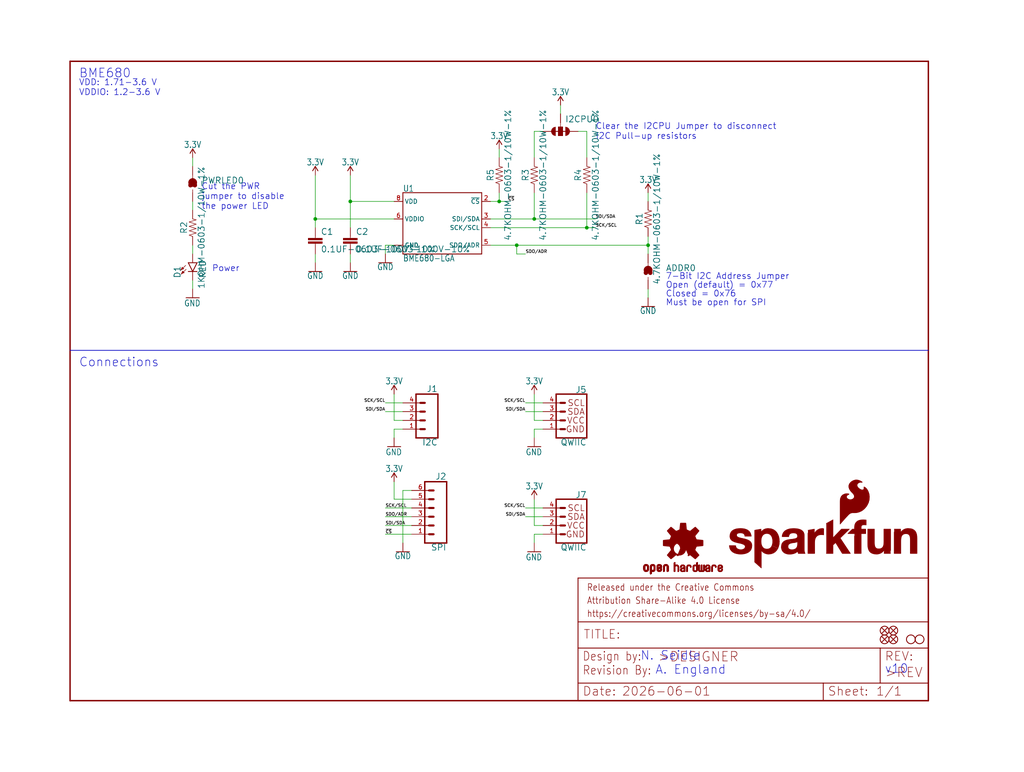
<source format=kicad_sch>
(kicad_sch (version 20230121) (generator eeschema)
  (paper "User" 297.002 223.926)
  (lib_symbols
    (symbol "working-eagle-import:0.1UF-0603-100V-10%"
      (property "Reference" "C" (at 1.524 2.921 0))
      (symbol "0.1UF-0603-100V-10%_1_0"
        (pin passive line (at 0 5.08 270) (length 2.54) (name "1") (number "1"))
        (pin passive line (at 0 -2.54 90) (length 2.54) (name "2") (number "2"))
      )
    )
    (symbol "working-eagle-import:1KOHM-0603-1/10W-1%"
      (property "Reference" "R" (at 0 1.524 0))
      (symbol "1KOHM-0603-1/10W-1%_1_0"
        (pin passive line (at -5.08 0 0) (length 2.54) (name "1") (number "1"))
        (pin passive line (at 5.08 0 180) (length 2.54) (name "2") (number "2"))
      )
    )
    (symbol "working-eagle-import:3.3V" (power)
      (property "Value" "3.3V" (at 0 2.794 0))
      (symbol "3.3V_1_0"
        (pin power_in line (at 0 0 90) (length 2.54) (name "3.3V") (number "1"))
      )
    )
    (symbol "working-eagle-import:4.7KOHM-0603-1/10W-1%"
      (property "Reference" "R" (at 0 1.524 0))
      (symbol "4.7KOHM-0603-1/10W-1%_1_0"
        (pin passive line (at -5.08 0 0) (length 2.54) (name "1") (number "1"))
        (pin passive line (at 5.08 0 180) (length 2.54) (name "2") (number "2"))
      )
    )
    (symbol "working-eagle-import:BME680-LGA"
      (property "Reference" "U" (at -10.16 7.874 0))
      (symbol "BME680-LGA_1_0"
        (pin bidirectional line (at -12.7 -7.62 0) (length 2.54) (name "GND") (number "1"))
        (pin bidirectional line (at 15.24 5.08 180) (length 2.54) (name "~{CS}") (number "2"))
        (pin bidirectional line (at 15.24 0 180) (length 2.54) (name "SDI/SDA") (number "3"))
        (pin bidirectional line (at 15.24 -2.54 180) (length 2.54) (name "SCK/SCL") (number "4"))
        (pin bidirectional line (at 15.24 -7.62 180) (length 2.54) (name "SDO/ADR") (number "5"))
        (pin bidirectional line (at -12.7 0 0) (length 2.54) (name "VDDIO") (number "6"))
        (pin bidirectional line (at -12.7 -7.62 0) (length 2.54) (name "GND") (number "7"))
        (pin bidirectional line (at -12.7 5.08 0) (length 2.54) (name "VDD") (number "8"))
      )
    )
    (symbol "working-eagle-import:CONN_041X04_NO_SILK"
      (property "Reference" "J" (at -5.08 8.128 0))
      (symbol "CONN_041X04_NO_SILK_1_0"
        (pin passive line (at 5.08 -2.54 180) (length 5.08) (name "1") (number "1"))
        (pin passive line (at 5.08 0 180) (length 5.08) (name "2") (number "2"))
        (pin passive line (at 5.08 2.54 180) (length 5.08) (name "3") (number "3"))
        (pin passive line (at 5.08 5.08 180) (length 5.08) (name "4") (number "4"))
      )
    )
    (symbol "working-eagle-import:CONN_06NO_SILK_FEMALE_PTH"
      (property "Reference" "J" (at -5.08 10.668 0))
      (symbol "CONN_06NO_SILK_FEMALE_PTH_1_0"
        (pin passive line (at 5.08 -5.08 180) (length 5.08) (name "1") (number "1"))
        (pin passive line (at 5.08 -2.54 180) (length 5.08) (name "2") (number "2"))
        (pin passive line (at 5.08 0 180) (length 5.08) (name "3") (number "3"))
        (pin passive line (at 5.08 2.54 180) (length 5.08) (name "4") (number "4"))
        (pin passive line (at 5.08 5.08 180) (length 5.08) (name "5") (number "5"))
        (pin passive line (at 5.08 7.62 180) (length 5.08) (name "6") (number "6"))
      )
    )
    (symbol "working-eagle-import:FIDUCIALUFIDUCIAL")
    (symbol "working-eagle-import:FRAME-LETTER"
      (symbol "FRAME-LETTER_2_0"
        (text "${#}/${##}" (at 86.36 1.27 0) (effects (font (size 2.54 2.54)) (justify left bottom)))
        (text "${CURRENT_DATE}" (at 12.7 1.27 0) (effects (font (size 2.54 2.54)) (justify left bottom)))
        (text "${PROJECTNAME}" (at 15.494 17.78 0) (effects (font (size 2.7432 2.7432)) (justify left bottom)))
        (text ">DESIGNER" (at 23.114 11.176 0) (effects (font (size 2.7432 2.7432)) (justify left bottom)))
        (text ">REV" (at 88.9 6.604 0) (effects (font (size 2.7432 2.7432)) (justify left bottom)))
        (text "Attribution Share-Alike 4.0 License" (at 2.54 27.94 0) (effects (font (size 1.9304 1.6408)) (justify left bottom)))
        (text "Date:" (at 1.27 1.27 0) (effects (font (size 2.54 2.54)) (justify left bottom)))
        (text "Design by:" (at 1.27 11.43 0) (effects (font (size 2.54 2.159)) (justify left bottom)))
        (text "https://creativecommons.org/licenses/by-sa/4.0/" (at 2.54 24.13 0) (effects (font (size 1.9304 1.6408)) (justify left bottom)))
        (text "Released under the Creative Commons" (at 2.54 31.75 0) (effects (font (size 1.9304 1.6408)) (justify left bottom)))
        (text "REV:" (at 88.9 11.43 0) (effects (font (size 2.54 2.54)) (justify left bottom)))
        (text "Sheet:" (at 72.39 1.27 0) (effects (font (size 2.54 2.54)) (justify left bottom)))
        (text "TITLE:" (at 1.524 17.78 0) (effects (font (size 2.54 2.54)) (justify left bottom)))
      )
    )
    (symbol "working-eagle-import:GND" (power)
      (property "Value" "GND" (at 0 -0.254 0))
      (symbol "GND_1_0"
        (pin power_in line (at 0 2.54 270) (length 2.54) (name "GND") (number "1"))
      )
    )
    (symbol "working-eagle-import:JUMPER-SMT_2_NC_TRACE_SILK"
      (property "Reference" "JP" (at -2.54 2.54 0))
      (symbol "JUMPER-SMT_2_NC_TRACE_SILK_1_0"
        (pin passive line (at -5.08 0 0) (length 2.54) (name "1") (number "1"))
        (pin passive line (at 5.08 0 180) (length 2.54) (name "2") (number "2"))
      )
    )
    (symbol "working-eagle-import:JUMPER-SMT_2_NO_SILK"
      (property "Reference" "JP" (at -2.54 2.54 0))
      (symbol "JUMPER-SMT_2_NO_SILK_1_0"
        (pin passive line (at -5.08 0 0) (length 2.54) (name "1") (number "1"))
        (pin passive line (at 5.08 0 180) (length 2.54) (name "2") (number "2"))
      )
    )
    (symbol "working-eagle-import:JUMPER-SMT_3_2-NC_TRACE_SILK"
      (property "Reference" "JP" (at 2.54 0.381 0))
      (symbol "JUMPER-SMT_3_2-NC_TRACE_SILK_1_0"
        (pin passive line (at 0 5.08 270) (length 2.54) (name "1") (number "1"))
        (pin passive line (at -5.08 0 0) (length 2.54) (name "2") (number "2"))
        (pin passive line (at 0 -5.08 90) (length 2.54) (name "3") (number "3"))
      )
    )
    (symbol "working-eagle-import:LED-RED0603"
      (property "Reference" "D" (at -3.429 -4.572 90))
      (symbol "LED-RED0603_1_0"
        (pin passive line (at 0 2.54 270) (length 2.54) (name "A") (number "A"))
        (pin passive line (at 0 -5.08 90) (length 2.54) (name "C") (number "C"))
      )
    )
    (symbol "working-eagle-import:OSHW-LOGOMINI")
    (symbol "working-eagle-import:QWIIC_CONNECTORJS-1MM"
      (property "Reference" "J" (at -5.08 7.874 0))
      (symbol "QWIIC_CONNECTORJS-1MM_1_0"
        (text "GND" (at -4.572 -2.54 0) (effects (font (size 1.778 1.778)) (justify left)))
        (text "SCL" (at -4.572 5.08 0) (effects (font (size 1.778 1.778)) (justify left)))
        (text "SDA" (at -4.572 2.54 0) (effects (font (size 1.778 1.778)) (justify left)))
        (text "VCC" (at -4.572 0 0) (effects (font (size 1.778 1.778)) (justify left)))
        (pin power_in line (at 7.62 -2.54 180) (length 5.08) (name "1") (number "1"))
        (pin power_in line (at 7.62 0 180) (length 5.08) (name "2") (number "2"))
        (pin passive line (at 7.62 2.54 180) (length 5.08) (name "3") (number "3"))
        (pin passive line (at 7.62 5.08 180) (length 5.08) (name "4") (number "4"))
      )
    )
    (symbol "working-eagle-import:REVISION"
      (symbol "REVISION_1_0"
        (text "Revision By:" (at 0 0 0) (effects (font (size 2.54 2.159)) (justify left bottom)))
      )
    )
    (symbol "working-eagle-import:SFE_LOGO_FLAME.1_INCH")
    (symbol "working-eagle-import:SFE_LOGO_NAME_FLAME.1_INCH")
    (symbol "working-eagle-import:STAND-OFFTIGHT")
    (symbol "working-eagle-import:SparkFun_GND" (power)
      (property "Value" "SparkFun_GND" (at -2.54 -2.54 0))
      (symbol "SparkFun_GND_1_0"
        (pin power_in line (at 0 2.54 270) (length 2.54) (name "GND") (number "1"))
      )
    )
  )
  (junction (at 144.78 58.42))
  (junction (at 187.96 71.12))
  (junction (at 149.86 71.12))
  (junction (at 101.6 58.42))
  (junction (at 91.44 63.5))
  (junction (at 154.94 63.5))
  (junction (at 170.18 66.04))
  (wire (pts (xy 91.44 63.5) (xy 114.3 63.5)) (stroke (width 0.1524)))
  (wire (pts (xy 170.18 38.1) (xy 167.64 38.1)) (stroke (width 0.1524)))
  (wire (pts (xy 170.18 66.04) (xy 172.72 66.04)) (stroke (width 0.1524)))
  (wire (pts (xy 149.86 73.66) (xy 152.4 73.66)) (stroke (width 0.1524)))
  (wire (pts (xy 114.3 71.12) (xy 111.76 71.12)) (stroke (width 0.1524)))
  (wire (pts (xy 154.94 38.1) (xy 157.48 38.1)) (stroke (width 0.1524)))
  (wire (pts (xy 144.78 45.72) (xy 144.78 43.18)) (stroke (width 0.1524)))
  (wire (pts (xy 101.6 66.04) (xy 101.6 58.42)) (stroke (width 0.1524)))
  (wire (pts (xy 119.38 149.86) (xy 111.76 149.86)) (stroke (width 0.1524)))
  (wire (pts (xy 119.38 144.78) (xy 114.3 144.78)) (stroke (width 0.1524)))
  (wire (pts (xy 142.24 63.5) (xy 154.94 63.5)) (stroke (width 0.1524)))
  (wire (pts (xy 119.38 154.94) (xy 111.76 154.94)) (stroke (width 0.1524)))
  (wire (pts (xy 162.56 33.02) (xy 162.56 30.48)) (stroke (width 0.1524)))
  (wire (pts (xy 55.88 45.72) (xy 55.88 48.26)) (stroke (width 0.1524)))
  (wire (pts (xy 114.3 121.92) (xy 114.3 114.3)) (stroke (width 0.1524)))
  (wire (pts (xy 116.84 142.24) (xy 116.84 157.48)) (stroke (width 0.1524)))
  (wire (pts (xy 55.88 58.42) (xy 55.88 60.96)) (stroke (width 0.1524)))
  (wire (pts (xy 91.44 50.8) (xy 91.44 63.5)) (stroke (width 0.1524)))
  (wire (pts (xy 114.3 144.78) (xy 114.3 139.7)) (stroke (width 0.1524)))
  (wire (pts (xy 154.94 124.46) (xy 154.94 127)) (stroke (width 0.1524)))
  (wire (pts (xy 101.6 58.42) (xy 114.3 58.42)) (stroke (width 0.1524)))
  (wire (pts (xy 111.76 71.12) (xy 111.76 73.66)) (stroke (width 0.1524)))
  (wire (pts (xy 55.88 83.82) (xy 55.88 81.28)) (stroke (width 0.1524)))
  (wire (pts (xy 144.78 55.88) (xy 144.78 58.42)) (stroke (width 0.1524)))
  (wire (pts (xy 142.24 66.04) (xy 170.18 66.04)) (stroke (width 0.1524)))
  (wire (pts (xy 154.94 152.4) (xy 154.94 144.78)) (stroke (width 0.1524)))
  (wire (pts (xy 119.38 147.32) (xy 111.76 147.32)) (stroke (width 0.1524)))
  (wire (pts (xy 116.84 116.84) (xy 111.76 116.84)) (stroke (width 0.1524)))
  (wire (pts (xy 91.44 73.66) (xy 91.44 76.2)) (stroke (width 0.1524)))
  (wire (pts (xy 144.78 58.42) (xy 147.32 58.42)) (stroke (width 0.1524)))
  (wire (pts (xy 187.96 83.82) (xy 187.96 86.36)) (stroke (width 0.1524)))
  (wire (pts (xy 170.18 45.72) (xy 170.18 38.1)) (stroke (width 0.1524)))
  (wire (pts (xy 157.48 121.92) (xy 154.94 121.92)) (stroke (width 0.1524)))
  (wire (pts (xy 157.48 152.4) (xy 154.94 152.4)) (stroke (width 0.1524)))
  (wire (pts (xy 119.38 152.4) (xy 111.76 152.4)) (stroke (width 0.1524)))
  (wire (pts (xy 157.48 124.46) (xy 154.94 124.46)) (stroke (width 0.1524)))
  (wire (pts (xy 116.84 124.46) (xy 114.3 124.46)) (stroke (width 0.1524)))
  (wire (pts (xy 101.6 50.8) (xy 101.6 58.42)) (stroke (width 0.1524)))
  (wire (pts (xy 157.48 149.86) (xy 152.4 149.86)) (stroke (width 0.1524)))
  (wire (pts (xy 154.94 121.92) (xy 154.94 114.3)) (stroke (width 0.1524)))
  (wire (pts (xy 170.18 55.88) (xy 170.18 66.04)) (stroke (width 0.1524)))
  (wire (pts (xy 154.94 45.72) (xy 154.94 38.1)) (stroke (width 0.1524)))
  (wire (pts (xy 187.96 71.12) (xy 187.96 68.58)) (stroke (width 0.1524)))
  (wire (pts (xy 149.86 71.12) (xy 149.86 73.66)) (stroke (width 0.1524)))
  (wire (pts (xy 55.88 73.66) (xy 55.88 71.12)) (stroke (width 0.1524)))
  (wire (pts (xy 119.38 142.24) (xy 116.84 142.24)) (stroke (width 0.1524)))
  (wire (pts (xy 187.96 71.12) (xy 187.96 73.66)) (stroke (width 0.1524)))
  (wire (pts (xy 154.94 154.94) (xy 154.94 157.48)) (stroke (width 0.1524)))
  (wire (pts (xy 101.6 73.66) (xy 101.6 76.2)) (stroke (width 0.1524)))
  (wire (pts (xy 142.24 58.42) (xy 144.78 58.42)) (stroke (width 0.1524)))
  (wire (pts (xy 91.44 66.04) (xy 91.44 63.5)) (stroke (width 0.1524)))
  (wire (pts (xy 142.24 71.12) (xy 149.86 71.12)) (stroke (width 0.1524)))
  (wire (pts (xy 157.48 116.84) (xy 152.4 116.84)) (stroke (width 0.1524)))
  (wire (pts (xy 154.94 55.88) (xy 154.94 63.5)) (stroke (width 0.1524)))
  (wire (pts (xy 114.3 124.46) (xy 114.3 127)) (stroke (width 0.1524)))
  (wire (pts (xy 116.84 121.92) (xy 114.3 121.92)) (stroke (width 0.1524)))
  (wire (pts (xy 157.48 119.38) (xy 152.4 119.38)) (stroke (width 0.1524)))
  (wire (pts (xy 157.48 154.94) (xy 154.94 154.94)) (stroke (width 0.1524)))
  (wire (pts (xy 157.48 147.32) (xy 152.4 147.32)) (stroke (width 0.1524)))
  (polyline (pts (xy 269.24 101.6) (xy 20.32 101.6)) (stroke (width 0.2032) (type solid)))
  (wire (pts (xy 154.94 63.5) (xy 172.72 63.5)) (stroke (width 0.1524)))
  (wire (pts (xy 149.86 71.12) (xy 187.96 71.12)) (stroke (width 0.1524)))
  (wire (pts (xy 187.96 55.88) (xy 187.96 58.42)) (stroke (width 0.1524)))
  (wire (pts (xy 116.84 119.38) (xy 111.76 119.38)) (stroke (width 0.1524)))
  (text "Cut the PWR\njumper to disable\nthe power LED" (at 58.42 60.96 0) (effects (font (size 1.778 1.778)) (justify left bottom)))
  (text "Power" (at 61.468 78.994 0) (effects (font (size 1.778 1.778)) (justify left bottom)))
  (text "7-Bit I2C Address Jumper" (at 193.04 81.28 0) (effects (font (size 1.778 1.778)) (justify left bottom)))
  (text "Clear the I2CPU Jumper to disconnect\nI2C Pull-up resistors" (at 172.72 40.64 0) (effects (font (size 1.778 1.778)) (justify left bottom)))
  (text "Must be open for SPI" (at 193.04 88.9 0) (effects (font (size 1.778 1.778)) (justify left bottom)))
  (text "BME680" (at 22.86 22.86 0) (effects (font (size 2.54 2.54)) (justify left bottom)))
  (text "Open (default) = 0x77" (at 193.04 83.82 0) (effects (font (size 1.778 1.778)) (justify left bottom)))
  (text "Closed = 0x76" (at 193.04 86.36 0) (effects (font (size 1.778 1.778)) (justify left bottom)))
  (text "N. Seidle" (at 185.674 191.77 0) (effects (font (size 2.54 2.54)) (justify left bottom)))
  (text "v10" (at 256.54 195.58 0) (effects (font (size 2.54 2.54)) (justify left bottom)))
  (text "Connections" (at 22.86 106.68 0) (effects (font (size 2.54 2.54)) (justify left bottom)))
  (text "VDD: 1.71-3.6 V\nVDDIO: 1.2-3.6 V" (at 22.86 27.94 0) (effects (font (size 1.778 1.778)) (justify left bottom)))
  (text "A. England" (at 189.992 195.834 0) (effects (font (size 2.54 2.54)) (justify left bottom)))
  (label "SDI/SDA" (at 111.76 119.38 180) (effects (font (size 0.889 0.889))))
  (label "SDO/ADR" (at 152.4 73.66 0) (effects (font (size 0.889 0.889))))
  (label "~{CS}" (at 111.76 154.94 0) (effects (font (size 0.889 0.889))))
  (label "SDI/SDA" (at 152.4 119.38 180) (effects (font (size 0.889 0.889))))
  (label "SDO/ADR" (at 111.76 149.86 0) (effects (font (size 0.889 0.889))))
  (label "SCK/SCL" (at 172.72 66.04 0) (effects (font (size 0.889 0.889))))
  (label "SDI/SDA" (at 152.4 149.86 180) (effects (font (size 0.889 0.889))))
  (label "SCK/SCL" (at 152.4 147.32 180) (effects (font (size 0.889 0.889))))
  (label "SCK/SCL" (at 111.76 147.32 0) (effects (font (size 0.889 0.889))))
  (label "SCK/SCL" (at 152.4 116.84 180) (effects (font (size 0.889 0.889))))
  (label "SDI/SDA" (at 111.76 152.4 0) (effects (font (size 0.889 0.889))))
  (label "SDI/SDA" (at 172.72 63.5 0) (effects (font (size 0.889 0.889))))
  (label "SCK/SCL" (at 111.76 116.84 180) (effects (font (size 0.889 0.889))))
  (label "~{CS}" (at 147.32 58.42 0) (effects (font (size 0.889 0.889))))
  (symbol (lib_id "working-eagle-import:4.7KOHM-0603-1/10W-1%") (at 170.18 50.8 90) (unit 1)
    (property "Reference" "R4" (at 168.656 50.8 0) (effects (font (size 1.778 1.778)) (justify bottom)))
    (property "Value" "4.7KOHM-0603-1/10W-1%" (at 171.704 50.8 0) (effects (font (size 1.778 1.778)) (justify top)))
    (property "Footprint" "working:0603@1" (effects hide))
  )
  (symbol (lib_id "working-eagle-import:QWIIC_CONNECTORJS-1MM") (at 165.1 152.4 0) (mirror y) (unit 1)
    (property "Reference" "J7" (at 170.18 144.526 0) (effects (font (size 1.778 1.778)) (justify left bottom)))
    (property "Value" "QWIIC" (at 170.18 157.734 0) (effects (font (size 1.778 1.778)) (justify left top)))
    (property "Footprint" "working:JST04_1MM_RA" (effects hide))
  )
  (symbol (lib_id "working-eagle-import:4.7KOHM-0603-1/10W-1%") (at 187.96 63.5 90) (unit 1)
    (property "Reference" "R1" (at 186.436 63.5 0) (effects (font (size 1.778 1.778)) (justify bottom)))
    (property "Value" "4.7KOHM-0603-1/10W-1%" (at 189.484 63.5 0) (effects (font (size 1.778 1.778)) (justify top)))
    (property "Footprint" "working:0603@1" (effects hide))
  )
  (symbol (lib_id "working-eagle-import:4.7KOHM-0603-1/10W-1%") (at 154.94 50.8 90) (unit 1)
    (property "Reference" "R3" (at 153.416 50.8 0) (effects (font (size 1.778 1.778)) (justify bottom)))
    (property "Value" "4.7KOHM-0603-1/10W-1%" (at 156.464 50.8 0) (effects (font (size 1.778 1.778)) (justify top)))
    (property "Footprint" "working:0603@1" (effects hide))
  )
  (symbol (lib_id "working-eagle-import:FIDUCIALUFIDUCIAL") (at 259.08 185.42 0) (unit 1)
    (property "Reference" "FD1" (effects hide))
    (property "Value" "FIDUCIALUFIDUCIAL" (effects hide))
    (property "Footprint" "working:FIDUCIAL-MICRO" (effects hide))
  )
  (symbol (lib_id "working-eagle-import:OSHW-LOGOMINI") (at 198.12 157.48 0) (unit 1)
    (property "Reference" "LOGO1" (effects hide))
    (property "Value" "OSHW-LOGOMINI" (effects hide))
    (property "Footprint" "working:OSHW-LOGO-MINI" (effects hide))
  )
  (symbol (lib_id "working-eagle-import:SparkFun_GND") (at 154.94 160.02 0) (unit 1)
    (property "Reference" "#GND11" (effects hide))
    (property "Value" "GND" (at 152.4 162.56 0) (effects (font (size 1.778 1.5113)) (justify left bottom)))
  )
  (symbol (lib_id "working-eagle-import:BME680-LGA") (at 127 63.5 0) (unit 1)
    (property "Reference" "U1" (at 116.84 55.626 0) (effects (font (size 1.778 1.5113)) (justify left bottom)))
    (property "Value" "BME680-LGA" (at 116.84 73.914 0) (effects (font (size 1.778 1.5113)) (justify left top)))
    (property "Footprint" "working:LGA3.0X3.0" (effects hide))
  )
  (symbol (lib_id "working-eagle-import:3.3V") (at 144.78 43.18 0) (unit 1)
    (property "Reference" "#SUPPLY3" (effects hide))
    (property "Value" "3.3V" (at 144.78 40.386 0) (effects (font (size 1.778 1.5113)) (justify bottom)))
  )
  (symbol (lib_id "working-eagle-import:3.3V") (at 154.94 144.78 0) (unit 1)
    (property "Reference" "#SUPPLY12" (effects hide))
    (property "Value" "3.3V" (at 154.94 141.986 0) (effects (font (size 1.778 1.5113)) (justify bottom)))
  )
  (symbol (lib_id "working-eagle-import:3.3V") (at 154.94 114.3 0) (unit 1)
    (property "Reference" "#SUPPLY10" (effects hide))
    (property "Value" "3.3V" (at 154.94 111.506 0) (effects (font (size 1.778 1.5113)) (justify bottom)))
  )
  (symbol (lib_id "working-eagle-import:0.1UF-0603-100V-10%") (at 101.6 71.12 0) (unit 1)
    (property "Reference" "C2" (at 103.124 68.199 0) (effects (font (size 1.778 1.778)) (justify left bottom)))
    (property "Value" "0.1UF-0603-100V-10%" (at 103.124 73.279 0) (effects (font (size 1.778 1.778)) (justify left bottom)))
    (property "Footprint" "working:0603" (effects hide))
  )
  (symbol (lib_id "working-eagle-import:JUMPER-SMT_2_NC_TRACE_SILK") (at 55.88 53.34 90) (unit 1)
    (property "Reference" "PWRLED0" (at 58.42 53.34 90) (effects (font (size 1.778 1.778)) (justify right top)))
    (property "Value" "JUMPER-SMT_2_NC_TRACE_SILK" (effects hide))
    (property "Footprint" "working:SMT-JUMPER_2_NC_TRACE_SILK" (effects hide))
  )
  (symbol (lib_id "working-eagle-import:GND") (at 101.6 78.74 0) (unit 1)
    (property "Reference" "#GND3" (effects hide))
    (property "Value" "GND" (at 101.6 78.994 0) (effects (font (size 1.778 1.5113)) (justify top)))
  )
  (symbol (lib_id "working-eagle-import:JUMPER-SMT_3_2-NC_TRACE_SILK") (at 162.56 38.1 270) (unit 1)
    (property "Reference" "I2CPU0" (at 163.83 35.56 90) (effects (font (size 1.778 1.778)) (justify left bottom)))
    (property "Value" "JUMPER-SMT_3_2-NC_TRACE_SILK" (effects hide))
    (property "Footprint" "working:SMT-JUMPER_3_2-NC_TRACE_SILK" (effects hide))
  )
  (symbol (lib_id "working-eagle-import:STAND-OFFTIGHT") (at 264.16 185.42 0) (unit 1)
    (property "Reference" "H2" (effects hide))
    (property "Value" "STAND-OFFTIGHT" (effects hide))
    (property "Footprint" "working:STAND-OFF-TIGHT" (effects hide))
  )
  (symbol (lib_id "working-eagle-import:QWIIC_CONNECTORJS-1MM") (at 165.1 121.92 0) (mirror y) (unit 1)
    (property "Reference" "J5" (at 170.18 114.046 0) (effects (font (size 1.778 1.778)) (justify left bottom)))
    (property "Value" "QWIIC" (at 170.18 127.254 0) (effects (font (size 1.778 1.778)) (justify left top)))
    (property "Footprint" "working:JST04_1MM_RA" (effects hide))
  )
  (symbol (lib_id "working-eagle-import:CONN_06NO_SILK_FEMALE_PTH") (at 124.46 149.86 0) (mirror y) (unit 1)
    (property "Reference" "J2" (at 129.54 139.192 0) (effects (font (size 1.778 1.778)) (justify left bottom)))
    (property "Value" "SPI" (at 129.54 159.766 0) (effects (font (size 1.778 1.778)) (justify left bottom)))
    (property "Footprint" "working:1X06_NO_SILK" (effects hide))
  )
  (symbol (lib_id "working-eagle-import:STAND-OFFTIGHT") (at 266.7 185.42 0) (unit 1)
    (property "Reference" "H1" (effects hide))
    (property "Value" "STAND-OFFTIGHT" (effects hide))
    (property "Footprint" "working:STAND-OFF-TIGHT" (effects hide))
  )
  (symbol (lib_id "working-eagle-import:SFE_LOGO_NAME_FLAME.1_INCH") (at 210.82 165.1 0) (unit 1)
    (property "Reference" "LOGO2" (effects hide))
    (property "Value" "SFE_LOGO_NAME_FLAME.1_INCH" (effects hide))
    (property "Footprint" "working:SFE_LOGO_NAME_FLAME_.1" (effects hide))
  )
  (symbol (lib_id "working-eagle-import:REVISION") (at 168.91 195.834 0) (unit 1)
    (property "Reference" "LOGO3" (effects hide))
    (property "Value" "REVISION" (effects hide))
    (property "Footprint" "working:REVISION" (effects hide))
  )
  (symbol (lib_id "working-eagle-import:SFE_LOGO_FLAME.1_INCH") (at 243.332 152.4 0) (unit 1)
    (property "Reference" "LOGO4" (effects hide))
    (property "Value" "SFE_LOGO_FLAME.1_INCH" (effects hide))
    (property "Footprint" "working:SFE_LOGO_FLAME_.1" (effects hide))
  )
  (symbol (lib_id "working-eagle-import:FRAME-LETTER") (at 20.32 203.2 0) (unit 1)
    (property "Reference" "FRAME1" (effects hide))
    (property "Value" "FRAME-LETTER" (effects hide))
    (property "Footprint" "working:CREATIVE_COMMONS" (effects hide))
  )
  (symbol (lib_id "working-eagle-import:3.3V") (at 162.56 30.48 0) (unit 1)
    (property "Reference" "#SUPPLY4" (effects hide))
    (property "Value" "3.3V" (at 162.56 27.686 0) (effects (font (size 1.778 1.5113)) (justify bottom)))
  )
  (symbol (lib_id "working-eagle-import:GND") (at 187.96 88.9 0) (unit 1)
    (property "Reference" "#GND5" (effects hide))
    (property "Value" "GND" (at 187.96 89.154 0) (effects (font (size 1.778 1.5113)) (justify top)))
  )
  (symbol (lib_id "working-eagle-import:FIDUCIALUFIDUCIAL") (at 256.54 185.42 0) (unit 1)
    (property "Reference" "FD4" (effects hide))
    (property "Value" "FIDUCIALUFIDUCIAL" (effects hide))
    (property "Footprint" "working:FIDUCIAL-MICRO" (effects hide))
  )
  (symbol (lib_id "working-eagle-import:3.3V") (at 91.44 50.8 0) (unit 1)
    (property "Reference" "#SUPPLY1" (effects hide))
    (property "Value" "3.3V" (at 91.44 48.006 0) (effects (font (size 1.778 1.5113)) (justify bottom)))
  )
  (symbol (lib_id "working-eagle-import:3.3V") (at 101.6 50.8 0) (unit 1)
    (property "Reference" "#SUPPLY2" (effects hide))
    (property "Value" "3.3V" (at 101.6 48.006 0) (effects (font (size 1.778 1.5113)) (justify bottom)))
  )
  (symbol (lib_id "working-eagle-import:3.3V") (at 55.88 45.72 0) (unit 1)
    (property "Reference" "#SUPPLY6" (effects hide))
    (property "Value" "3.3V" (at 55.88 42.926 0) (effects (font (size 1.778 1.5113)) (justify bottom)))
  )
  (symbol (lib_id "working-eagle-import:1KOHM-0603-1/10W-1%") (at 55.88 66.04 90) (unit 1)
    (property "Reference" "R2" (at 54.356 66.04 0) (effects (font (size 1.778 1.778)) (justify bottom)))
    (property "Value" "1KOHM-0603-1/10W-1%" (at 57.404 66.04 0) (effects (font (size 1.778 1.778)) (justify top)))
    (property "Footprint" "working:0603" (effects hide))
  )
  (symbol (lib_id "working-eagle-import:SparkFun_GND") (at 154.94 129.54 0) (unit 1)
    (property "Reference" "#GND9" (effects hide))
    (property "Value" "GND" (at 152.4 132.08 0) (effects (font (size 1.778 1.5113)) (justify left bottom)))
  )
  (symbol (lib_id "working-eagle-import:FIDUCIALUFIDUCIAL") (at 256.54 182.88 0) (unit 1)
    (property "Reference" "FD3" (effects hide))
    (property "Value" "FIDUCIALUFIDUCIAL" (effects hide))
    (property "Footprint" "working:FIDUCIAL-MICRO" (effects hide))
  )
  (symbol (lib_id "working-eagle-import:LED-RED0603") (at 55.88 76.2 0) (unit 1)
    (property "Reference" "D1" (at 52.451 80.772 90) (effects (font (size 1.778 1.778)) (justify left bottom)))
    (property "Value" "RED" (at 57.785 80.772 90) (effects (font (size 1.778 1.778)) (justify left top)))
    (property "Footprint" "working:LED-0603" (effects hide))
  )
  (symbol (lib_id "working-eagle-import:GND") (at 91.44 78.74 0) (unit 1)
    (property "Reference" "#GND2" (effects hide))
    (property "Value" "GND" (at 91.44 78.994 0) (effects (font (size 1.778 1.5113)) (justify top)))
  )
  (symbol (lib_id "working-eagle-import:3.3V") (at 114.3 114.3 0) (unit 1)
    (property "Reference" "#SUPPLY11" (effects hide))
    (property "Value" "3.3V" (at 114.3 111.506 0) (effects (font (size 1.778 1.5113)) (justify bottom)))
  )
  (symbol (lib_id "working-eagle-import:GND") (at 116.84 160.02 0) (mirror y) (unit 1)
    (property "Reference" "#GND8" (effects hide))
    (property "Value" "GND" (at 116.84 160.274 0) (effects (font (size 1.778 1.5113)) (justify top)))
  )
  (symbol (lib_id "working-eagle-import:JUMPER-SMT_2_NO_SILK") (at 187.96 78.74 90) (unit 1)
    (property "Reference" "ADDR0" (at 193.04 78.74 90) (effects (font (size 1.778 1.778)) (justify right top)))
    (property "Value" "JUMPER-SMT_2_NO_SILK" (effects hide))
    (property "Footprint" "working:SMT-JUMPER_2_NO_SILK" (effects hide))
  )
  (symbol (lib_id "working-eagle-import:GND") (at 111.76 76.2 0) (unit 1)
    (property "Reference" "#GND4" (effects hide))
    (property "Value" "GND" (at 111.76 76.454 0) (effects (font (size 1.778 1.5113)) (justify top)))
  )
  (symbol (lib_id "working-eagle-import:4.7KOHM-0603-1/10W-1%") (at 144.78 50.8 90) (unit 1)
    (property "Reference" "R5" (at 143.256 50.8 0) (effects (font (size 1.778 1.778)) (justify bottom)))
    (property "Value" "4.7KOHM-0603-1/10W-1%" (at 146.304 50.8 0) (effects (font (size 1.778 1.778)) (justify top)))
    (property "Footprint" "working:0603@1" (effects hide))
  )
  (symbol (lib_id "working-eagle-import:SparkFun_GND") (at 55.88 86.36 0) (unit 1)
    (property "Reference" "#GND1" (effects hide))
    (property "Value" "GND" (at 53.34 88.9 0) (effects (font (size 1.778 1.5113)) (justify left bottom)))
  )
  (symbol (lib_id "working-eagle-import:FRAME-LETTER") (at 167.64 203.2 0) (unit 2)
    (property "Reference" "FRAME1" (effects hide))
    (property "Value" "FRAME-LETTER" (effects hide))
    (property "Footprint" "working:CREATIVE_COMMONS" (effects hide))
  )
  (symbol (lib_id "working-eagle-import:FIDUCIALUFIDUCIAL") (at 259.08 182.88 0) (unit 1)
    (property "Reference" "FD2" (effects hide))
    (property "Value" "FIDUCIALUFIDUCIAL" (effects hide))
    (property "Footprint" "working:FIDUCIAL-MICRO" (effects hide))
  )
  (symbol (lib_id "working-eagle-import:SparkFun_GND") (at 114.3 129.54 0) (unit 1)
    (property "Reference" "#GND10" (effects hide))
    (property "Value" "GND" (at 111.76 132.08 0) (effects (font (size 1.778 1.5113)) (justify left bottom)))
  )
  (symbol (lib_id "working-eagle-import:3.3V") (at 114.3 139.7 0) (mirror y) (unit 1)
    (property "Reference" "#SUPPLY9" (effects hide))
    (property "Value" "3.3V" (at 114.3 136.906 0) (effects (font (size 1.778 1.5113)) (justify bottom)))
  )
  (symbol (lib_id "working-eagle-import:CONN_041X04_NO_SILK") (at 121.92 121.92 0) (mirror y) (unit 1)
    (property "Reference" "J1" (at 127 113.792 0) (effects (font (size 1.778 1.778)) (justify left bottom)))
    (property "Value" "I2C" (at 127 129.286 0) (effects (font (size 1.778 1.778)) (justify left bottom)))
    (property "Footprint" "working:1X04_NO_SILK" (effects hide))
  )
  (symbol (lib_id "working-eagle-import:0.1UF-0603-100V-10%") (at 91.44 71.12 0) (unit 1)
    (property "Reference" "C1" (at 92.964 68.199 0) (effects (font (size 1.778 1.778)) (justify left bottom)))
    (property "Value" "0.1UF-0603-100V-10%" (at 92.964 73.279 0) (effects (font (size 1.778 1.778)) (justify left bottom)))
    (property "Footprint" "working:0603" (effects hide))
  )
  (symbol (lib_id "working-eagle-import:3.3V") (at 187.96 55.88 0) (unit 1)
    (property "Reference" "#SUPPLY5" (effects hide))
    (property "Value" "3.3V" (at 187.96 53.086 0) (effects (font (size 1.778 1.5113)) (justify bottom)))
  )
)
</source>
